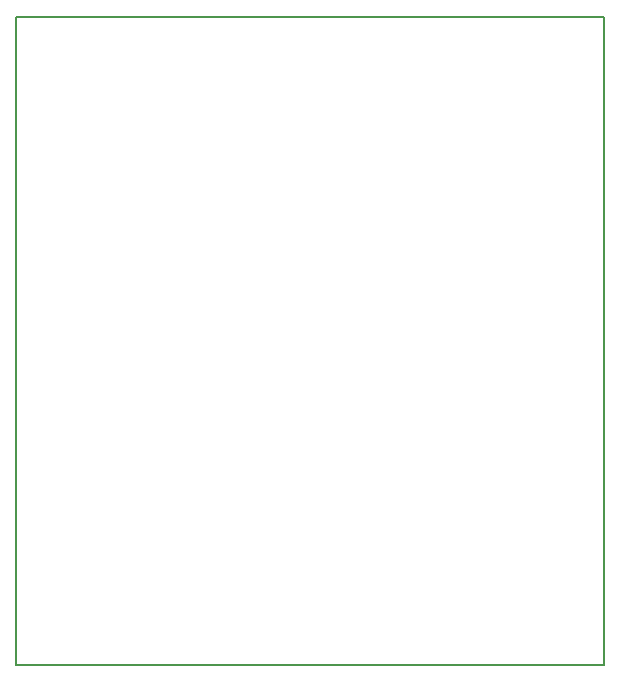
<source format=gm1>
G04 MADE WITH FRITZING*
G04 WWW.FRITZING.ORG*
G04 DOUBLE SIDED*
G04 HOLES PLATED*
G04 CONTOUR ON CENTER OF CONTOUR VECTOR*
%ASAXBY*%
%FSLAX23Y23*%
%MOIN*%
%OFA0B0*%
%SFA1.0B1.0*%
%ADD10R,1.968500X2.165350*%
%ADD11C,0.008000*%
%ADD10C,0.008*%
%LNCONTOUR*%
G90*
G70*
G54D10*
G54D11*
X4Y2161D02*
X1965Y2161D01*
X1965Y4D01*
X4Y4D01*
X4Y2161D01*
D02*
G04 End of contour*
M02*
</source>
